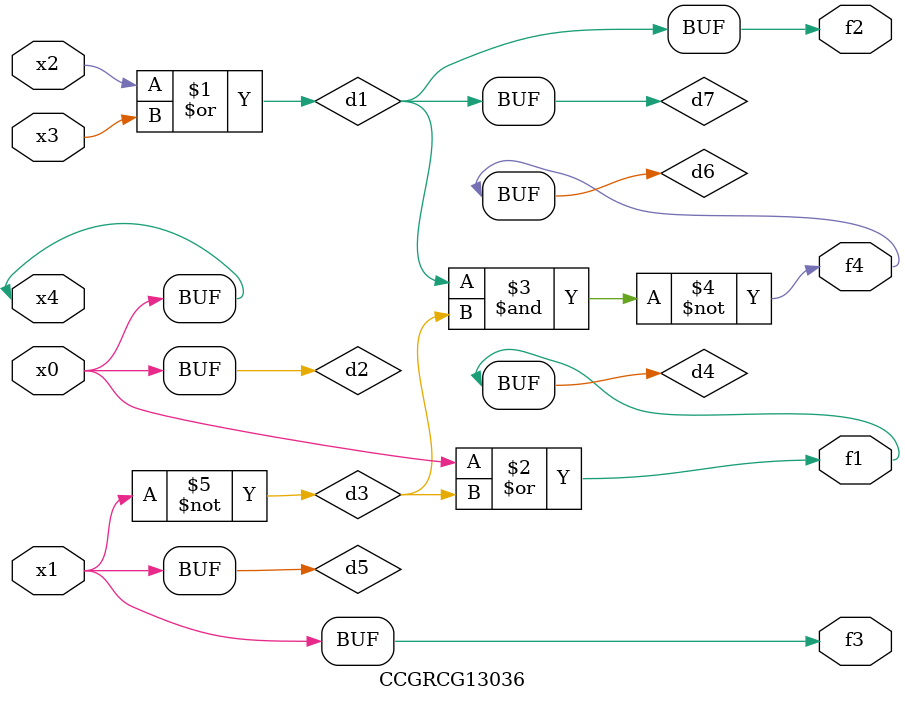
<source format=v>
module CCGRCG13036(
	input x0, x1, x2, x3, x4,
	output f1, f2, f3, f4
);

	wire d1, d2, d3, d4, d5, d6, d7;

	or (d1, x2, x3);
	buf (d2, x0, x4);
	not (d3, x1);
	or (d4, d2, d3);
	not (d5, d3);
	nand (d6, d1, d3);
	or (d7, d1);
	assign f1 = d4;
	assign f2 = d7;
	assign f3 = d5;
	assign f4 = d6;
endmodule

</source>
